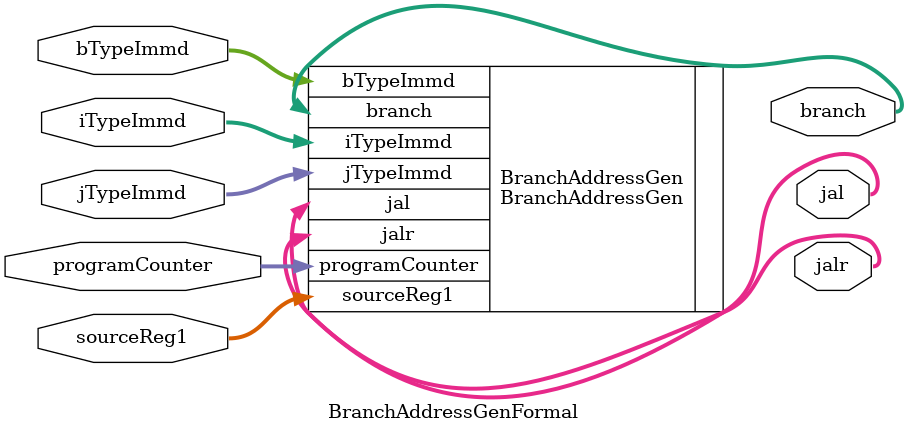
<source format=sv>
`timescale 1ns / 1ps


`include "BranchAddressGen.sv"

module BranchAddressGenFormal(
    // Inputs
    input [31:0] programCounter,
    input [31:0] jTypeImmd,
    input [31:0] bTypeImmd,
    input [31:0] iTypeImmd,
    input [31:0] sourceReg1,

    // Outputs
    output logic [31:0] jal,
    output logic [31:0] branch,
    output logic [31:0] jalr
);


BranchAddressGen BranchAddressGen(
    .programCounter(programCounter),
    .jTypeImmd(jTypeImmd),
    .bTypeImmd(bTypeImmd),
    .iTypeImmd(iTypeImmd),
    .sourceReg1(sourceReg1),
    .jal(jal),
    .branch(branch),
    .jalr(jalr)
);


always @(*) begin
    // Check for the jal branch verification
    assert(jal == programCounter +jTypeImmd);

    // Check for the branch address verification
    assert(branch == programCounter + bTypeImmd);

    // Check for the jalr  verification
    assert(jalr == sourceReg1 + iTypeImmd);
end

endmodule
</source>
